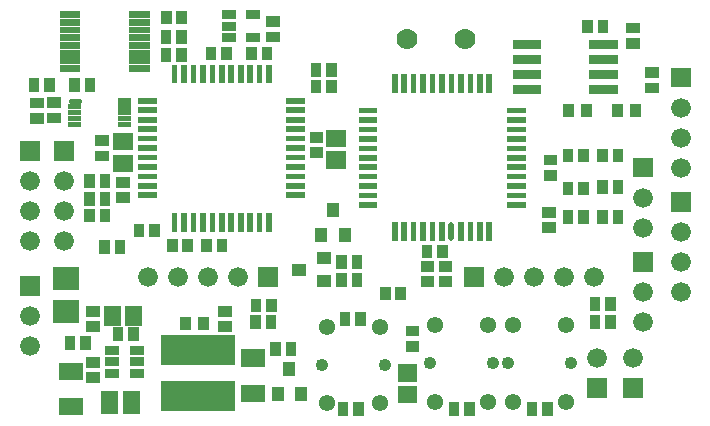
<source format=gbr>
G04 start of page 4 for group -4063 idx -4063 *
G04 Title: (unknown), componentmask *
G04 Creator: pcb 20091103 *
G04 CreationDate: Sun 20 Feb 2011 16:36:46 GMT UTC *
G04 For: thomas *
G04 Format: Gerber/RS-274X *
G04 PCB-Dimensions: 240157 142913 *
G04 PCB-Coordinate-Origin: lower left *
%MOIN*%
%FSLAX25Y25*%
%LNFRONTMASK*%
%ADD11C,0.0200*%
%ADD30R,0.0300X0.0300*%
%ADD41C,0.0660*%
%ADD42C,0.0425*%
%ADD43C,0.0544*%
%ADD44C,0.0700*%
%ADD45R,0.0572X0.0572*%
%ADD46R,0.0355X0.0355*%
%ADD47R,0.0750X0.0750*%
%ADD48R,0.0187X0.0187*%
%ADD49R,0.0570X0.0570*%
%ADD50R,0.1027X0.1027*%
%ADD51R,0.0360X0.0360*%
%ADD52R,0.0400X0.0400*%
%ADD53R,0.0230X0.0230*%
%ADD54C,0.0187*%
%ADD55C,0.0180*%
%ADD56R,0.0180X0.0180*%
G54D11*G36*
X196700Y17713D02*Y11113D01*
X203300D01*
Y17713D01*
X196700D01*
G37*
G36*
X208700D02*Y11113D01*
X215300D01*
Y17713D01*
X208700D01*
G37*
G54D41*X200000Y24413D03*
X215500Y46413D03*
Y36413D03*
X212000Y24413D03*
X179000Y51413D03*
X189000D03*
X199000D03*
G54D11*G36*
X212200Y91213D02*Y84613D01*
X218800D01*
Y91213D01*
X212200D01*
G37*
G54D41*X215500Y77913D03*
Y67913D03*
G54D11*G36*
X212200Y59713D02*Y53113D01*
X218800D01*
Y59713D01*
X212200D01*
G37*
G36*
X224700Y79713D02*Y73113D01*
X231300D01*
Y79713D01*
X224700D01*
G37*
G36*
Y121213D02*Y114613D01*
X231300D01*
Y121213D01*
X224700D01*
G37*
G54D41*X228000Y107913D03*
Y97913D03*
Y87913D03*
Y66413D03*
Y56413D03*
Y46413D03*
X50500Y51413D03*
G54D11*G36*
X19200Y96713D02*Y90113D01*
X25800D01*
Y96713D01*
X19200D01*
G37*
G54D41*X22500Y83413D03*
Y73413D03*
Y63413D03*
G54D11*G36*
X87200Y54713D02*Y48113D01*
X93800D01*
Y54713D01*
X87200D01*
G37*
G54D41*X80500Y51413D03*
X70500D03*
X60500D03*
G54D11*G36*
X7700Y51713D02*Y45113D01*
X14300D01*
Y51713D01*
X7700D01*
G37*
G54D41*X11000Y38413D03*
Y28413D03*
G54D42*X108228Y22118D03*
G54D43*X110000Y9323D03*
Y34913D03*
G54D11*G36*
X7700Y96713D02*Y90113D01*
X14300D01*
Y96713D01*
X7700D01*
G37*
G54D41*X11000Y83413D03*
Y73413D03*
Y63413D03*
G54D11*G36*
X155700Y54713D02*Y48113D01*
X162300D01*
Y54713D01*
X155700D01*
G37*
G54D44*X156000Y130913D03*
X136788D03*
G54D42*X144228Y22618D03*
G54D43*X146000Y9823D03*
Y35413D03*
G54D42*X129488Y22118D03*
G54D43*X127716Y34913D03*
Y9323D03*
G54D42*X191488Y22618D03*
G54D43*X189716Y35413D03*
X172000D03*
G54D41*X169000Y51413D03*
G54D42*X170228Y22618D03*
G54D43*X189716Y9823D03*
X172000D03*
G54D42*X165488Y22618D03*
G54D43*X163716Y9823D03*
Y35413D03*
G54D45*X23559Y20004D02*X25921D01*
G54D46*X24441Y29905D02*Y28921D01*
X29559Y29905D02*Y28921D01*
G54D45*X23559Y8194D02*X25921D01*
G54D46*X31508Y17854D02*X32492D01*
X31508Y22972D02*X32492D01*
X31508Y34854D02*X32492D01*
X31508Y39972D02*X32492D01*
G54D47*X22400Y39913D02*X23600D01*
X22400Y50913D02*X23600D01*
G54D46*X75000Y62413D02*Y61429D01*
X69882Y62413D02*Y61429D01*
X58500Y62413D02*Y61429D01*
X63618Y62413D02*Y61429D01*
G54D48*X59252Y71941D02*Y67515D01*
X62401Y71941D02*Y67515D01*
X65551Y71941D02*Y67515D01*
X68700Y71941D02*Y67515D01*
X71850Y71941D02*Y67515D01*
X75000Y71941D02*Y67515D01*
X78149Y71941D02*Y67515D01*
X81299Y71941D02*Y67515D01*
X84448Y71941D02*Y67515D01*
X87598Y71941D02*Y67515D01*
X90748Y71941D02*Y67515D01*
G54D45*X38457Y38806D02*Y38020D01*
G54D30*X37707Y27053D02*X39307D01*
X37707Y23153D02*X39307D01*
X37707Y19253D02*X39307D01*
G54D49*X37420Y10555D02*Y8555D01*
G54D45*X45543Y38806D02*Y38020D01*
G54D30*X45907Y19253D02*X47507D01*
X45907Y23153D02*X47507D01*
X45907Y27053D02*X47507D01*
G54D49*X44820Y10555D02*Y8555D01*
G54D46*X45559Y32905D02*Y31921D01*
X40441Y32905D02*Y31921D01*
X75516Y40031D02*X76500D01*
X75516Y34913D02*X76500D01*
G54D50*X59780Y11737D02*X74346D01*
X59780Y27091D02*X74346D01*
G54D51*X63000Y36413D02*Y35413D01*
X69000Y36413D02*Y35413D01*
G54D45*X84138Y24413D02*X86500D01*
G54D46*X98111Y27877D02*Y26893D01*
X92993Y27877D02*Y26893D01*
G54D52*X97500Y21013D02*Y20413D01*
G54D45*X84138Y12603D02*X86500D01*
G54D46*X115441Y7905D02*Y6921D01*
G54D52*X93600Y12813D02*Y12213D01*
X101400Y12813D02*Y12213D01*
G54D46*X91500Y42397D02*Y41413D01*
X86382Y42397D02*Y41413D01*
X86323Y36905D02*Y35921D01*
X91441Y36905D02*Y35921D01*
X116000Y37913D02*Y36929D01*
G54D52*X108100Y65813D02*Y65213D01*
X115900Y65813D02*Y65213D01*
X112000Y74013D02*Y73413D01*
G54D46*X114941Y50905D02*Y49921D01*
G54D52*X108700Y50013D02*X109300D01*
X108700Y57813D02*X109300D01*
X100500Y53913D02*X101100D01*
G54D46*X114882Y56897D02*Y55913D01*
X41059Y61905D02*Y60921D01*
X35941Y61905D02*Y60921D01*
G54D53*X45311Y120957D02*X49917D01*
X45311Y123516D02*X49917D01*
X45311Y126075D02*X49917D01*
X45311Y128634D02*X49917D01*
X45311Y131192D02*X49917D01*
X45311Y133751D02*X49917D01*
X45311Y136310D02*X49917D01*
X45311Y138869D02*X49917D01*
G54D46*X56500Y138397D02*Y137413D01*
X84941Y126405D02*Y125421D01*
X71441Y126405D02*Y125421D01*
X76559Y126405D02*Y125421D01*
X61559Y125905D02*Y124921D01*
X56441Y125905D02*Y124921D01*
G54D30*X84700Y131113D02*X86300D01*
X76500D02*X78100D01*
G54D46*X91516Y131429D02*X92500D01*
X61567Y131846D02*Y130862D01*
X56449Y131846D02*Y130862D01*
G54D30*X84700Y138913D02*X86300D01*
X76500D02*X78100D01*
X76500Y135013D02*X78100D01*
G54D46*X91516Y136547D02*X92500D01*
X61618Y138397D02*Y137413D01*
G54D48*X78150Y121311D02*Y116885D01*
X75000Y121311D02*Y116885D01*
X71851Y121311D02*Y116885D01*
X68701Y121311D02*Y116885D01*
X65552Y121311D02*Y116885D01*
X62402Y121311D02*Y116885D01*
X59252Y121311D02*Y116885D01*
G54D46*X106008Y92854D02*X106992D01*
X106008Y97972D02*X106992D01*
G54D45*X112714Y97499D02*X113500D01*
X112714Y90413D02*X113500D01*
G54D48*X97472Y78665D02*X101898D01*
X97472Y81814D02*X101898D01*
X97472Y84964D02*X101898D01*
X97472Y88113D02*X101898D01*
X97472Y91263D02*X101898D01*
X97472Y94413D02*X101898D01*
X97472Y97562D02*X101898D01*
X97472Y100712D02*X101898D01*
X97472Y103861D02*X101898D01*
X97472Y107011D02*X101898D01*
X97472Y110161D02*X101898D01*
G54D46*X90059Y126405D02*Y125421D01*
X106441Y120905D02*Y119921D01*
X111559Y120905D02*Y119921D01*
G54D48*X90748Y121311D02*Y116885D01*
X87599Y121311D02*Y116885D01*
X84449Y121311D02*Y116885D01*
X81300Y121311D02*Y116885D01*
G54D46*X106441Y115405D02*Y114421D01*
X111559Y115405D02*Y114421D01*
G54D48*X121500Y106913D02*X125926D01*
X121500Y103764D02*X125926D01*
X121500Y100614D02*X125926D01*
X121500Y97465D02*X125926D01*
X121500Y94315D02*X125926D01*
X121500Y91165D02*X125926D01*
X121500Y88016D02*X125926D01*
X121500Y84866D02*X125926D01*
X121500Y81717D02*X125926D01*
X121500Y78567D02*X125926D01*
X121500Y75417D02*X125926D01*
X132650Y68693D02*Y64267D01*
X135799Y68693D02*Y64267D01*
X138949Y68693D02*Y64267D01*
X142098Y68693D02*Y64267D01*
X145248Y68693D02*Y64267D01*
G54D46*X143008Y49854D02*X143992D01*
X129500Y46413D02*Y45429D01*
X134618Y46413D02*Y45429D01*
X149008Y49854D02*X149992D01*
X120059Y50905D02*Y49921D01*
X120000Y56897D02*Y55913D01*
X143008Y54972D02*X143992D01*
X149008D02*X149992D01*
X148559Y60405D02*Y59421D01*
X143441Y60405D02*Y59421D01*
G54D45*X136500Y12327D02*X137286D01*
X136500Y19413D02*X137286D01*
G54D46*X120559Y7905D02*Y6921D01*
X138008Y28354D02*X138992D01*
X138008Y33472D02*X138992D01*
X121118Y37913D02*Y36929D01*
G54D48*X148398Y68693D02*Y64267D01*
G54D54*X151547Y68693D02*Y64267D01*
G54D48*X154697Y68693D02*Y64267D01*
X157846Y68693D02*Y64267D01*
X160996Y68693D02*Y64267D01*
X164146Y68693D02*Y64267D01*
G54D46*X190413Y71853D02*Y70869D01*
X190441Y81405D02*Y80421D01*
X195531Y71853D02*Y70869D01*
X201941Y81905D02*Y80921D01*
X207059Y81905D02*Y80921D01*
X195559Y81405D02*Y80421D01*
X201941Y71905D02*Y70921D01*
X207059Y71905D02*Y70921D01*
X183508Y72972D02*X184492D01*
X183508Y67854D02*X184492D01*
G54D48*X170870Y75417D02*X175296D01*
X170870Y78566D02*X175296D01*
X170870Y81716D02*X175296D01*
X170870Y84865D02*X175296D01*
G54D46*X184008Y85354D02*X184992D01*
X184008Y90472D02*X184992D01*
G54D48*X170870Y88015D02*X175296D01*
X170870Y91165D02*X175296D01*
X170870Y94314D02*X175296D01*
G54D46*X190441Y92405D02*Y91421D01*
X195559Y92405D02*Y91421D01*
X201941Y92405D02*Y91421D01*
X207059Y92405D02*Y91421D01*
G54D48*X170870Y97464D02*X175296D01*
X170870Y100613D02*X175296D01*
X170870Y103763D02*X175296D01*
X170870Y106913D02*X175296D01*
G54D51*X190500Y107413D02*Y106413D01*
X196500Y107413D02*Y106413D01*
G54D48*X135800Y118063D02*Y113637D01*
X132650Y118063D02*Y113637D01*
G54D46*X217956Y119500D02*X218940D01*
X217956Y114382D02*X218940D01*
X211508Y134472D02*X212492D01*
X211508Y129354D02*X212492D01*
G54D30*X199000Y113913D02*X205500D01*
X199000Y118913D02*X205500D01*
X199000Y123913D02*X205500D01*
X199000Y128913D02*X205500D01*
G54D46*X196882Y135397D02*Y134413D01*
X202000Y135397D02*Y134413D01*
G54D51*X207000Y107413D02*Y106413D01*
X213000Y107413D02*Y106413D01*
G54D48*X164146Y118063D02*Y113637D01*
G54D30*X173500Y118913D02*X180000D01*
X173500Y113913D02*X180000D01*
G54D48*X160997Y118063D02*Y113637D01*
X157847Y118063D02*Y113637D01*
X154698Y118063D02*Y113637D01*
X151548Y118063D02*Y113637D01*
X148398Y118063D02*Y113637D01*
X145249Y118063D02*Y113637D01*
X142099Y118063D02*Y113637D01*
X138950Y118063D02*Y113637D01*
G54D30*X173500Y128913D02*X180000D01*
X173500Y123913D02*X180000D01*
G54D46*X183559Y7905D02*Y6921D01*
X178441Y7905D02*Y6921D01*
X157559Y7905D02*Y6921D01*
X152441Y7905D02*Y6921D01*
X199441Y42905D02*Y41921D01*
X204559Y42905D02*Y41921D01*
X199382Y36897D02*Y35913D01*
X204500Y36897D02*Y35913D01*
G54D53*X22083Y138869D02*X26689D01*
X22083Y136310D02*X26689D01*
X22083Y133751D02*X26689D01*
X22083Y131192D02*X26689D01*
X22083Y128634D02*X26689D01*
X22083Y126075D02*X26689D01*
X22083Y123516D02*X26689D01*
G54D46*X36051Y77964D02*Y76980D01*
X30933Y77964D02*Y76980D01*
X30882Y72397D02*Y71413D01*
X36000Y72397D02*Y71413D01*
X41508Y77854D02*X42492D01*
X47382Y67397D02*Y66413D01*
X52500Y67397D02*Y66413D01*
G54D48*X48102Y78665D02*X52528D01*
G54D46*X30941Y83905D02*Y82921D01*
X36059Y83905D02*Y82921D01*
X34516Y91795D02*X35500D01*
G54D48*X48102Y91264D02*X52528D01*
G54D46*X41508Y82972D02*X42492D01*
G54D45*X41607Y89370D02*X42393D01*
G54D48*X48102Y88114D02*X52528D01*
X48102Y84965D02*X52528D01*
X48102Y81815D02*X52528D01*
G54D53*X22083Y120957D02*X26689D01*
G54D46*X12441Y115905D02*Y114921D01*
X17559Y115905D02*Y114921D01*
G54D55*X24650Y110200D02*X27250D01*
G54D56*X24650Y108200D02*X27250D01*
X24650Y106200D02*X27250D01*
X24650Y104300D02*X27250D01*
X24650Y102300D02*X27250D01*
G54D46*X12992Y104354D02*X13976D01*
X12992Y109472D02*X13976D01*
X25941Y115905D02*Y114921D01*
X31059Y115905D02*Y114921D01*
X18500Y104413D02*X19484D01*
X18500Y109531D02*X19484D01*
G54D45*X41607Y96456D02*X42393D01*
G54D46*X34516Y96913D02*X35500D01*
G54D56*X41150Y102200D02*X43750D01*
X41150Y104200D02*X43750D01*
X41150Y106200D02*X43750D01*
X41150Y108100D02*X43750D01*
X41150Y110100D02*X43750D01*
G54D48*X48102Y110161D02*X52528D01*
X48102Y107012D02*X52528D01*
X48102Y103862D02*X52528D01*
X48102Y100713D02*X52528D01*
X48102Y97563D02*X52528D01*
X48102Y94413D02*X52528D01*
M02*

</source>
